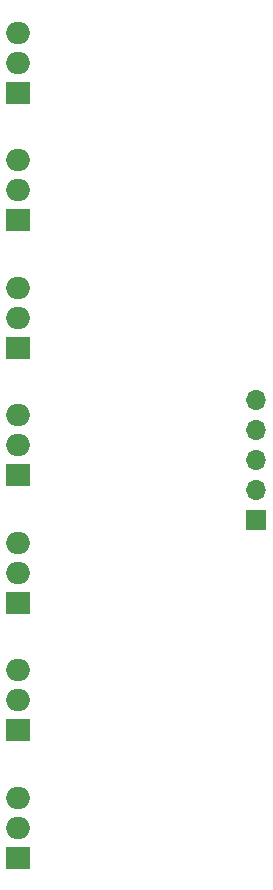
<source format=gbr>
%TF.GenerationSoftware,KiCad,Pcbnew,7.0.5+dfsg-2*%
%TF.CreationDate,2023-06-30T15:01:52+02:00*%
%TF.ProjectId,squeow_mod,73717565-6f77-45f6-9d6f-642e6b696361,rev?*%
%TF.SameCoordinates,PX2cce564PYfbec30*%
%TF.FileFunction,Copper,L2,Bot*%
%TF.FilePolarity,Positive*%
%FSLAX46Y46*%
G04 Gerber Fmt 4.6, Leading zero omitted, Abs format (unit mm)*
G04 Created by KiCad (PCBNEW 7.0.5+dfsg-2) date 2023-06-30 15:01:52*
%MOMM*%
%LPD*%
G01*
G04 APERTURE LIST*
%TA.AperFunction,ComponentPad*%
%ADD10O,2.000000X1.905000*%
%TD*%
%TA.AperFunction,ComponentPad*%
%ADD11R,2.000000X1.905000*%
%TD*%
%TA.AperFunction,ComponentPad*%
%ADD12O,1.700000X1.700000*%
%TD*%
%TA.AperFunction,ComponentPad*%
%ADD13R,1.700000X1.700000*%
%TD*%
G04 APERTURE END LIST*
D10*
%TO.P,D1,3,K*%
%TO.N,Net-(C1-Pad2)*%
X3977500Y-56515000D03*
%TO.P,D1,2,A*%
%TO.N,Net-(D1-Pad2)*%
X3977500Y-59055000D03*
D11*
%TO.P,D1,1,K*%
%TO.N,Net-(D1-Pad1)*%
X3977500Y-61595000D03*
%TD*%
D10*
%TO.P,Q3,3,S*%
%TO.N,Net-(C3-Pad2)*%
X3977500Y-24130000D03*
%TO.P,Q3,2,D*%
%TO.N,Net-(C2-Pad2)*%
X3977500Y-26670000D03*
D11*
%TO.P,Q3,1,G*%
%TO.N,Net-(Q3-Pad1)*%
X3977500Y-29210000D03*
%TD*%
D10*
%TO.P,D3,3,K*%
%TO.N,Net-(C3-Pad2)*%
X3977500Y-13335000D03*
%TO.P,D3,2,A*%
%TO.N,Net-(D3-Pad2)*%
X3977500Y-15875000D03*
D11*
%TO.P,D3,1,K*%
%TO.N,Net-(D2-Pad2)*%
X3977500Y-18415000D03*
%TD*%
D10*
%TO.P,D2,3,K*%
%TO.N,Net-(C2-Pad2)*%
X3977500Y-34925000D03*
%TO.P,D2,2,A*%
%TO.N,Net-(D2-Pad2)*%
X3977500Y-37465000D03*
D11*
%TO.P,D2,1,K*%
%TO.N,Net-(D1-Pad2)*%
X3977500Y-40005000D03*
%TD*%
D12*
%TO.P,J6,5,Pin_5*%
%TO.N,Net-(J6-Pad5)*%
X24137500Y-33655000D03*
%TO.P,J6,4,Pin_4*%
%TO.N,Net-(J6-Pad4)*%
X24137500Y-36195000D03*
%TO.P,J6,3,Pin_3*%
%TO.N,Net-(J6-Pad3)*%
X24137500Y-38735000D03*
%TO.P,J6,2,Pin_2*%
%TO.N,Net-(J6-Pad2)*%
X24137500Y-41275000D03*
D13*
%TO.P,J6,1,Pin_1*%
%TO.N,Net-(J6-Pad1)*%
X24137500Y-43815000D03*
%TD*%
D10*
%TO.P,Q1,3,S*%
%TO.N,Net-(C1-Pad2)*%
X3977500Y-67310000D03*
%TO.P,Q1,2,D*%
%TO.N,Net-(D1-Pad1)*%
X3977500Y-69850000D03*
D11*
%TO.P,Q1,1,G*%
%TO.N,Net-(Q1-Pad1)*%
X3977500Y-72390000D03*
%TD*%
D10*
%TO.P,Q2,3,S*%
%TO.N,Net-(C2-Pad2)*%
X3977500Y-45720000D03*
%TO.P,Q2,2,D*%
%TO.N,Net-(C1-Pad2)*%
X3977500Y-48260000D03*
D11*
%TO.P,Q2,1,G*%
%TO.N,Net-(Q2-Pad1)*%
X3977500Y-50800000D03*
%TD*%
D10*
%TO.P,Q4,3,S*%
%TO.N,Net-(C4-Pad2)*%
X3977500Y-2540000D03*
%TO.P,Q4,2,D*%
%TO.N,Net-(C3-Pad2)*%
X3977500Y-5080000D03*
D11*
%TO.P,Q4,1,G*%
%TO.N,Net-(Q4-Pad1)*%
X3977500Y-7620000D03*
%TD*%
M02*

</source>
